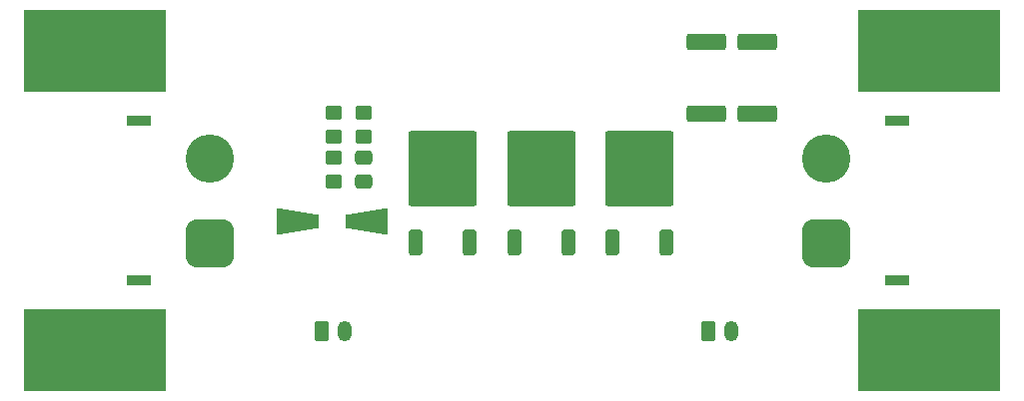
<source format=gbr>
%TF.GenerationSoftware,KiCad,Pcbnew,7.0.2*%
%TF.CreationDate,2023-07-12T23:29:32-04:00*%
%TF.ProjectId,Anti-Spark Switch,416e7469-2d53-4706-9172-6b2053776974,rev?*%
%TF.SameCoordinates,Original*%
%TF.FileFunction,Soldermask,Top*%
%TF.FilePolarity,Negative*%
%FSLAX46Y46*%
G04 Gerber Fmt 4.6, Leading zero omitted, Abs format (unit mm)*
G04 Created by KiCad (PCBNEW 7.0.2) date 2023-07-12 23:29:32*
%MOMM*%
%LPD*%
G01*
G04 APERTURE LIST*
G04 Aperture macros list*
%AMRoundRect*
0 Rectangle with rounded corners*
0 $1 Rounding radius*
0 $2 $3 $4 $5 $6 $7 $8 $9 X,Y pos of 4 corners*
0 Add a 4 corners polygon primitive as box body*
4,1,4,$2,$3,$4,$5,$6,$7,$8,$9,$2,$3,0*
0 Add four circle primitives for the rounded corners*
1,1,$1+$1,$2,$3*
1,1,$1+$1,$4,$5*
1,1,$1+$1,$6,$7*
1,1,$1+$1,$8,$9*
0 Add four rect primitives between the rounded corners*
20,1,$1+$1,$2,$3,$4,$5,0*
20,1,$1+$1,$4,$5,$6,$7,0*
20,1,$1+$1,$6,$7,$8,$9,0*
20,1,$1+$1,$8,$9,$2,$3,0*%
%AMOutline4P*
0 Free polygon, 4 corners , with rotation*
0 The origin of the aperture is its center*
0 number of corners: always 4*
0 $1 to $8 corner X, Y*
0 $9 Rotation angle, in degrees counterclockwise*
0 create outline with 4 corners*
4,1,4,$1,$2,$3,$4,$5,$6,$7,$8,$1,$2,$9*%
G04 Aperture macros list end*
%ADD10RoundRect,0.249997X2.650003X-2.950003X2.650003X2.950003X-2.650003X2.950003X-2.650003X-2.950003X0*%
%ADD11RoundRect,0.250000X0.350000X-0.850000X0.350000X0.850000X-0.350000X0.850000X-0.350000X-0.850000X0*%
%ADD12R,2.000000X0.900000*%
%ADD13RoundRect,1.025000X1.025000X-1.025000X1.025000X1.025000X-1.025000X1.025000X-1.025000X-1.025000X0*%
%ADD14C,4.100000*%
%ADD15RoundRect,1.025000X-1.025000X1.025000X-1.025000X-1.025000X1.025000X-1.025000X1.025000X1.025000X0*%
%ADD16R,12.000000X7.000000*%
%ADD17RoundRect,0.249999X-1.425001X0.450001X-1.425001X-0.450001X1.425001X-0.450001X1.425001X0.450001X0*%
%ADD18Outline4P,-1.800000X-1.150000X1.800000X-0.550000X1.800000X0.550000X-1.800000X1.150000X0.000000*%
%ADD19Outline4P,-1.800000X-1.150000X1.800000X-0.550000X1.800000X0.550000X-1.800000X1.150000X180.000000*%
%ADD20RoundRect,0.250000X0.450000X-0.350000X0.450000X0.350000X-0.450000X0.350000X-0.450000X-0.350000X0*%
%ADD21RoundRect,0.250000X-0.350000X-0.625000X0.350000X-0.625000X0.350000X0.625000X-0.350000X0.625000X0*%
%ADD22O,1.200000X1.750000*%
%ADD23RoundRect,0.250000X-0.475000X0.337500X-0.475000X-0.337500X0.475000X-0.337500X0.475000X0.337500X0*%
%ADD24RoundRect,0.250000X-0.450000X0.350000X-0.450000X-0.350000X0.450000X-0.350000X0.450000X0.350000X0*%
G04 APERTURE END LIST*
D10*
%TO.C,Q3*%
X161665000Y-102040000D03*
D11*
X163945000Y-108340000D03*
X159385000Y-108340000D03*
%TD*%
D10*
%TO.C,Q2*%
X153410000Y-102040000D03*
D11*
X155690000Y-108340000D03*
X151130000Y-108340000D03*
%TD*%
%TO.C,Q1*%
X142760000Y-108340000D03*
X147320000Y-108340000D03*
D10*
X145040000Y-102040000D03*
%TD*%
D12*
%TO.C,J8*%
X119260000Y-111525000D03*
X119260000Y-98025000D03*
D13*
X125260000Y-108375000D03*
D14*
X125260000Y-101175000D03*
%TD*%
D12*
%TO.C,J5*%
X183538000Y-98025000D03*
X183538000Y-111525000D03*
D15*
X177538000Y-108375000D03*
D14*
X177538000Y-101175000D03*
%TD*%
D16*
%TO.C,IN-*%
X115570000Y-117475000D03*
%TD*%
%TO.C,OUT+*%
X186220000Y-92075000D03*
%TD*%
%TO.C,IN+*%
X115570000Y-92075000D03*
%TD*%
%TO.C,OUT-*%
X186220000Y-117475000D03*
%TD*%
D17*
%TO.C,R5*%
X167386000Y-97411000D03*
X167386000Y-91311000D03*
%TD*%
%TO.C,R4*%
X171679000Y-97411000D03*
X171679000Y-91311000D03*
%TD*%
D18*
%TO.C,D1*%
X132774000Y-106509000D03*
D19*
X138574000Y-106509000D03*
%TD*%
D20*
%TO.C,R3*%
X138303000Y-97330000D03*
X138303000Y-99330000D03*
%TD*%
D21*
%TO.C,J3*%
X134747000Y-115824000D03*
D22*
X136747000Y-115824000D03*
%TD*%
D23*
%TO.C,C1*%
X138303000Y-103199000D03*
X138303000Y-101124000D03*
%TD*%
D24*
%TO.C,R2*%
X135763000Y-99314000D03*
X135763000Y-97314000D03*
%TD*%
%TO.C,R1*%
X135763000Y-101124000D03*
X135763000Y-103124000D03*
%TD*%
D21*
%TO.C,J7*%
X167513000Y-115824000D03*
D22*
X169513000Y-115824000D03*
%TD*%
M02*

</source>
